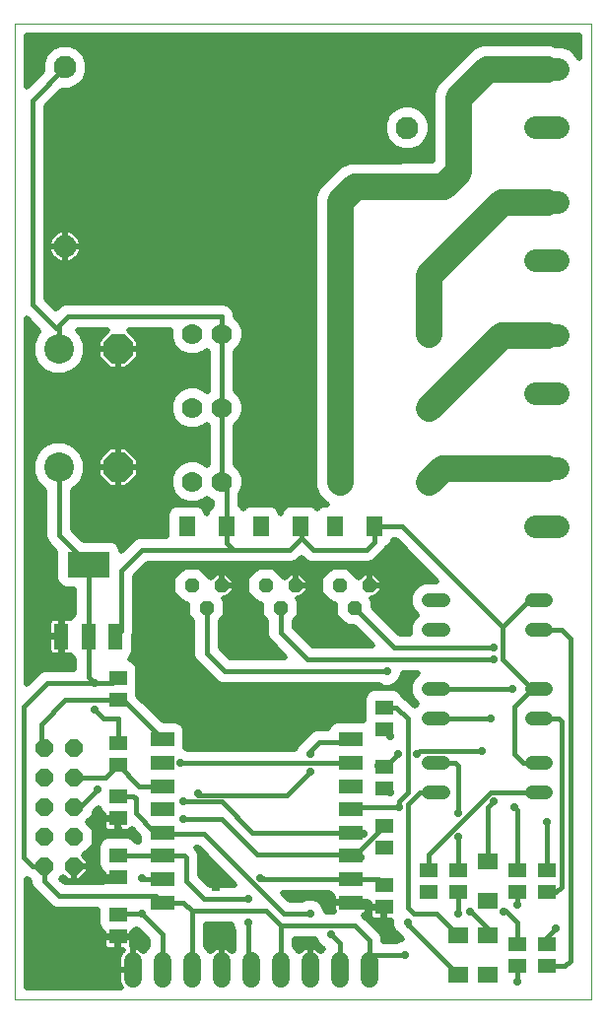
<source format=gtl>
G75*
%MOIN*%
%OFA0B0*%
%FSLAX25Y25*%
%IPPOS*%
%LPD*%
%AMOC8*
5,1,8,0,0,1.08239X$1,22.5*
%
%ADD10C,0.00000*%
%ADD11C,0.10000*%
%ADD12OC8,0.10000*%
%ADD13R,0.07087X0.05512*%
%ADD14R,0.05512X0.07087*%
%ADD15R,0.07874X0.04724*%
%ADD16R,0.04799X0.08799*%
%ADD17R,0.14173X0.08661*%
%ADD18C,0.07800*%
%ADD19C,0.06000*%
%ADD20OC8,0.06000*%
%ADD21C,0.04800*%
%ADD22R,0.05906X0.05118*%
%ADD23C,0.07000*%
%ADD24OC8,0.04800*%
%ADD25C,0.07600*%
%ADD26C,0.02000*%
%ADD27C,0.01500*%
%ADD28R,0.02900X0.02900*%
%ADD29C,0.02900*%
%ADD30C,0.09000*%
D10*
X0003496Y0002000D02*
X0003496Y0332000D01*
X0198496Y0332000D01*
X0198496Y0002000D01*
X0003496Y0002000D01*
D11*
X0018496Y0182000D03*
X0018496Y0222000D03*
D12*
X0038496Y0222000D03*
X0038496Y0182000D03*
D13*
X0153496Y0023693D03*
X0153496Y0010307D03*
X0163496Y0010307D03*
X0163496Y0023693D03*
X0163496Y0035307D03*
X0163496Y0048693D03*
D14*
X0125189Y0162000D03*
X0111803Y0162000D03*
X0100189Y0162000D03*
X0086803Y0162000D03*
X0075189Y0162000D03*
X0061803Y0162000D03*
D15*
X0053496Y0089992D03*
X0053496Y0082118D03*
X0053496Y0074244D03*
X0053496Y0066370D03*
X0053496Y0058496D03*
X0053496Y0050622D03*
X0053496Y0042748D03*
X0053496Y0034874D03*
X0117275Y0034874D03*
X0117275Y0042748D03*
X0117275Y0050622D03*
X0117275Y0058496D03*
X0117275Y0066370D03*
X0117275Y0074244D03*
X0117275Y0082118D03*
X0117275Y0089992D03*
D16*
X0037594Y0124799D03*
X0028496Y0124799D03*
X0019397Y0124799D03*
D17*
X0028496Y0149201D03*
D18*
X0179596Y0162100D02*
X0187396Y0162100D01*
X0187396Y0181900D02*
X0179596Y0181900D01*
X0179596Y0207100D02*
X0187396Y0207100D01*
X0187396Y0226900D02*
X0179596Y0226900D01*
X0179596Y0252100D02*
X0187396Y0252100D01*
X0187396Y0271900D02*
X0179596Y0271900D01*
X0179596Y0297100D02*
X0187396Y0297100D01*
X0187396Y0316900D02*
X0179596Y0316900D01*
D19*
X0123496Y0015000D02*
X0123496Y0009000D01*
X0113496Y0009000D02*
X0113496Y0015000D01*
X0103496Y0015000D02*
X0103496Y0009000D01*
X0093496Y0009000D02*
X0093496Y0015000D01*
X0083496Y0015000D02*
X0083496Y0009000D01*
X0073496Y0009000D02*
X0073496Y0015000D01*
X0063496Y0015000D02*
X0063496Y0009000D01*
X0053496Y0009000D02*
X0053496Y0015000D01*
X0043496Y0015000D02*
X0043496Y0009000D01*
D20*
X0023496Y0047000D03*
X0023496Y0057000D03*
X0023496Y0067000D03*
X0023496Y0077000D03*
X0023496Y0087000D03*
X0013496Y0087000D03*
X0013496Y0077000D03*
X0013496Y0067000D03*
X0013496Y0057000D03*
X0013496Y0047000D03*
D21*
X0143696Y0072000D02*
X0148496Y0072000D01*
X0148496Y0082000D02*
X0143696Y0082000D01*
X0143696Y0097000D02*
X0148496Y0097000D01*
X0148496Y0107000D02*
X0143696Y0107000D01*
X0143696Y0127000D02*
X0148496Y0127000D01*
X0148496Y0137000D02*
X0143696Y0137000D01*
X0178496Y0137000D02*
X0183296Y0137000D01*
X0183296Y0127000D02*
X0178496Y0127000D01*
X0178496Y0107000D02*
X0183296Y0107000D01*
X0183296Y0097000D02*
X0178496Y0097000D01*
X0178496Y0082000D02*
X0183296Y0082000D01*
X0183296Y0072000D02*
X0178496Y0072000D01*
D22*
X0183496Y0045740D03*
X0183496Y0038260D03*
X0173496Y0038260D03*
X0173496Y0045740D03*
X0173496Y0020740D03*
X0173496Y0013260D03*
X0183496Y0013260D03*
X0183496Y0020740D03*
X0153496Y0038260D03*
X0153496Y0045740D03*
X0143496Y0045740D03*
X0143496Y0038260D03*
X0128496Y0040740D03*
X0128496Y0033260D03*
X0128496Y0053260D03*
X0128496Y0060740D03*
X0128496Y0073260D03*
X0128496Y0080740D03*
X0128496Y0093260D03*
X0128496Y0100740D03*
X0038496Y0103260D03*
X0038496Y0110740D03*
X0038496Y0088740D03*
X0038496Y0081260D03*
X0038496Y0070740D03*
X0038496Y0063260D03*
X0038496Y0050740D03*
X0038496Y0043260D03*
X0038496Y0030740D03*
X0038496Y0023260D03*
D23*
X0113496Y0177000D03*
X0113496Y0202000D03*
X0113496Y0227000D03*
X0143496Y0227000D03*
X0143496Y0202000D03*
X0143496Y0177000D03*
X0073651Y0177099D03*
X0063651Y0177099D03*
X0063651Y0202099D03*
X0073651Y0202099D03*
X0073651Y0227099D03*
X0063651Y0227099D03*
D24*
X0063496Y0142000D03*
X0068496Y0134500D03*
X0073496Y0142000D03*
X0088496Y0142000D03*
X0093496Y0134500D03*
X0098496Y0142000D03*
X0113496Y0142000D03*
X0118496Y0134500D03*
X0123496Y0142000D03*
D25*
X0136370Y0277157D03*
X0136370Y0296843D03*
X0020622Y0317315D03*
X0020622Y0256685D03*
D26*
X0020622Y0256685D01*
X0026422Y0256685D01*
X0026422Y0257142D01*
X0026279Y0258043D01*
X0025997Y0258911D01*
X0025582Y0259725D01*
X0025046Y0260463D01*
X0024400Y0261109D01*
X0023662Y0261646D01*
X0022848Y0262060D01*
X0021980Y0262342D01*
X0021078Y0262485D01*
X0020622Y0262485D01*
X0020622Y0256685D01*
X0026422Y0256685D01*
X0026422Y0256229D01*
X0026279Y0255327D01*
X0025997Y0254459D01*
X0025582Y0253645D01*
X0025046Y0252907D01*
X0024400Y0252261D01*
X0023662Y0251724D01*
X0022848Y0251310D01*
X0021980Y0251028D01*
X0021078Y0250885D01*
X0020622Y0250885D01*
X0020622Y0256685D01*
X0020622Y0256685D01*
X0020622Y0256685D01*
X0020622Y0250885D01*
X0020165Y0250885D01*
X0019263Y0251028D01*
X0018395Y0251310D01*
X0017582Y0251724D01*
X0016843Y0252261D01*
X0016198Y0252907D01*
X0015661Y0253645D01*
X0015247Y0254459D01*
X0014964Y0255327D01*
X0014822Y0256229D01*
X0014822Y0256685D01*
X0020622Y0256685D01*
X0020622Y0262485D01*
X0020165Y0262485D01*
X0019263Y0262342D01*
X0018395Y0262060D01*
X0017582Y0261646D01*
X0016843Y0261109D01*
X0016198Y0260463D01*
X0015661Y0259725D01*
X0015247Y0258911D01*
X0014964Y0258043D01*
X0014822Y0257142D01*
X0014822Y0256685D01*
X0020622Y0256685D01*
X0020622Y0256685D01*
X0020622Y0255811D02*
X0020622Y0255811D01*
X0020622Y0257809D02*
X0020622Y0257809D01*
X0020622Y0259808D02*
X0020622Y0259808D01*
X0020622Y0261806D02*
X0020622Y0261806D01*
X0017897Y0261806D02*
X0014246Y0261806D01*
X0014246Y0259808D02*
X0015721Y0259808D01*
X0014927Y0257809D02*
X0014246Y0257809D01*
X0014246Y0255811D02*
X0014888Y0255811D01*
X0014246Y0253812D02*
X0015576Y0253812D01*
X0014246Y0251814D02*
X0017459Y0251814D01*
X0020622Y0251814D02*
X0020622Y0251814D01*
X0020622Y0253812D02*
X0020622Y0253812D01*
X0023785Y0251814D02*
X0104996Y0251814D01*
X0104996Y0253812D02*
X0025667Y0253812D01*
X0026355Y0255811D02*
X0104996Y0255811D01*
X0104996Y0257809D02*
X0026316Y0257809D01*
X0025522Y0259808D02*
X0104996Y0259808D01*
X0104996Y0261806D02*
X0023346Y0261806D01*
X0014246Y0263805D02*
X0104996Y0263805D01*
X0104996Y0265803D02*
X0014246Y0265803D01*
X0014246Y0267802D02*
X0104996Y0267802D01*
X0104996Y0269801D02*
X0014246Y0269801D01*
X0014246Y0271799D02*
X0104996Y0271799D01*
X0104996Y0273691D02*
X0104996Y0175309D01*
X0106290Y0172185D01*
X0108681Y0169794D01*
X0109286Y0169543D01*
X0108251Y0169543D01*
X0106781Y0168934D01*
X0105996Y0168149D01*
X0105210Y0168934D01*
X0103740Y0169543D01*
X0096637Y0169543D01*
X0095167Y0168934D01*
X0094042Y0167809D01*
X0093496Y0166491D01*
X0092950Y0167809D01*
X0091824Y0168934D01*
X0090354Y0169543D01*
X0083251Y0169543D01*
X0081781Y0168934D01*
X0080996Y0168149D01*
X0080210Y0168934D01*
X0079939Y0169047D01*
X0079939Y0172780D01*
X0080009Y0172851D01*
X0081151Y0175607D01*
X0081151Y0178591D01*
X0080009Y0181348D01*
X0078401Y0182956D01*
X0078401Y0196243D01*
X0080009Y0197851D01*
X0081151Y0200607D01*
X0081151Y0203591D01*
X0080009Y0206348D01*
X0078401Y0207956D01*
X0078401Y0221243D01*
X0080009Y0222851D01*
X0081151Y0225607D01*
X0081151Y0228591D01*
X0080009Y0231348D01*
X0078246Y0233111D01*
X0078246Y0233945D01*
X0077523Y0235691D01*
X0076186Y0237027D01*
X0074441Y0237750D01*
X0020551Y0237750D01*
X0018805Y0237027D01*
X0017496Y0235717D01*
X0014246Y0238968D01*
X0014246Y0304221D01*
X0019539Y0309515D01*
X0022173Y0309515D01*
X0025040Y0310702D01*
X0027234Y0312897D01*
X0028422Y0315763D01*
X0028422Y0318866D01*
X0027234Y0321733D01*
X0025040Y0323927D01*
X0022173Y0325115D01*
X0019070Y0325115D01*
X0016203Y0323927D01*
X0014009Y0321733D01*
X0012822Y0318866D01*
X0012822Y0316232D01*
X0007496Y0310906D01*
X0007496Y0328000D01*
X0194496Y0328000D01*
X0194496Y0320403D01*
X0194093Y0321375D01*
X0191871Y0323597D01*
X0188967Y0324800D01*
X0186635Y0324800D01*
X0185186Y0325400D01*
X0161705Y0325400D01*
X0158581Y0324106D01*
X0148681Y0314206D01*
X0146290Y0311815D01*
X0144996Y0308691D01*
X0144996Y0285657D01*
X0134679Y0285657D01*
X0134299Y0285500D01*
X0116805Y0285500D01*
X0113681Y0284206D01*
X0108681Y0279206D01*
X0106290Y0276815D01*
X0104996Y0273691D01*
X0105040Y0273798D02*
X0014246Y0273798D01*
X0014246Y0275796D02*
X0105868Y0275796D01*
X0107269Y0277795D02*
X0014246Y0277795D01*
X0014246Y0279793D02*
X0109268Y0279793D01*
X0111266Y0281792D02*
X0014246Y0281792D01*
X0014246Y0283790D02*
X0113265Y0283790D01*
X0129757Y0292424D02*
X0128570Y0295291D01*
X0128570Y0298394D01*
X0129757Y0301261D01*
X0131951Y0303455D01*
X0134818Y0304643D01*
X0137921Y0304643D01*
X0140788Y0303455D01*
X0142982Y0301261D01*
X0144170Y0298394D01*
X0144170Y0295291D01*
X0142982Y0292424D01*
X0140788Y0290230D01*
X0137921Y0289043D01*
X0134818Y0289043D01*
X0131951Y0290230D01*
X0129757Y0292424D01*
X0130397Y0291784D02*
X0014246Y0291784D01*
X0014246Y0289786D02*
X0133024Y0289786D01*
X0129194Y0293783D02*
X0014246Y0293783D01*
X0014246Y0295781D02*
X0128570Y0295781D01*
X0128570Y0297780D02*
X0014246Y0297780D01*
X0014246Y0299778D02*
X0129143Y0299778D01*
X0130273Y0301777D02*
X0014246Y0301777D01*
X0014246Y0303775D02*
X0132724Y0303775D01*
X0140015Y0303775D02*
X0144996Y0303775D01*
X0144996Y0301777D02*
X0142466Y0301777D01*
X0143596Y0299778D02*
X0144996Y0299778D01*
X0144996Y0297780D02*
X0144170Y0297780D01*
X0144170Y0295781D02*
X0144996Y0295781D01*
X0144996Y0293783D02*
X0143545Y0293783D01*
X0142342Y0291784D02*
X0144996Y0291784D01*
X0144996Y0289786D02*
X0139715Y0289786D01*
X0144996Y0287787D02*
X0014246Y0287787D01*
X0014246Y0285789D02*
X0144996Y0285789D01*
X0144996Y0305774D02*
X0015798Y0305774D01*
X0017796Y0307772D02*
X0144996Y0307772D01*
X0145443Y0309771D02*
X0022791Y0309771D01*
X0026107Y0311769D02*
X0146271Y0311769D01*
X0148243Y0313768D02*
X0027595Y0313768D01*
X0028422Y0315766D02*
X0150241Y0315766D01*
X0152240Y0317765D02*
X0028422Y0317765D01*
X0028050Y0319763D02*
X0154238Y0319763D01*
X0156237Y0321762D02*
X0027206Y0321762D01*
X0025207Y0323760D02*
X0158235Y0323760D01*
X0191477Y0323760D02*
X0194496Y0323760D01*
X0194496Y0321762D02*
X0193706Y0321762D01*
X0194496Y0325759D02*
X0007496Y0325759D01*
X0007496Y0327757D02*
X0194496Y0327757D01*
X0104996Y0249815D02*
X0014246Y0249815D01*
X0014246Y0247817D02*
X0104996Y0247817D01*
X0104996Y0245818D02*
X0014246Y0245818D01*
X0014246Y0243820D02*
X0104996Y0243820D01*
X0104996Y0241821D02*
X0014246Y0241821D01*
X0014246Y0239823D02*
X0104996Y0239823D01*
X0104996Y0237824D02*
X0015389Y0237824D01*
X0017387Y0235826D02*
X0017604Y0235826D01*
X0011773Y0228005D02*
X0010866Y0227098D01*
X0009496Y0223790D01*
X0009496Y0220210D01*
X0010866Y0216902D01*
X0013398Y0214370D01*
X0016705Y0213000D01*
X0020286Y0213000D01*
X0023594Y0214370D01*
X0026125Y0216902D01*
X0027496Y0220210D01*
X0027496Y0223790D01*
X0026125Y0227098D01*
X0024974Y0228250D01*
X0034846Y0228250D01*
X0031496Y0224899D01*
X0031496Y0222000D01*
X0031496Y0219101D01*
X0035596Y0215000D01*
X0038496Y0215000D01*
X0041395Y0215000D01*
X0045496Y0219101D01*
X0045496Y0222000D01*
X0045496Y0224899D01*
X0042145Y0228250D01*
X0056151Y0228250D01*
X0056151Y0225607D01*
X0057293Y0222851D01*
X0059402Y0220741D01*
X0062159Y0219599D01*
X0065143Y0219599D01*
X0067899Y0220741D01*
X0068651Y0221493D01*
X0068901Y0221243D01*
X0068901Y0207956D01*
X0068651Y0207706D01*
X0067899Y0208457D01*
X0065143Y0209599D01*
X0062159Y0209599D01*
X0059402Y0208457D01*
X0057293Y0206348D01*
X0056151Y0203591D01*
X0056151Y0200607D01*
X0057293Y0197851D01*
X0059402Y0195741D01*
X0062159Y0194599D01*
X0065143Y0194599D01*
X0067899Y0195741D01*
X0068651Y0196493D01*
X0068901Y0196243D01*
X0068901Y0182956D01*
X0068651Y0182706D01*
X0067899Y0183457D01*
X0065143Y0184599D01*
X0062159Y0184599D01*
X0059402Y0183457D01*
X0057293Y0181348D01*
X0056151Y0178591D01*
X0056151Y0175607D01*
X0057293Y0172851D01*
X0059402Y0170741D01*
X0062159Y0169599D01*
X0065143Y0169599D01*
X0067899Y0170741D01*
X0068651Y0171493D01*
X0069402Y0170741D01*
X0070439Y0170312D01*
X0070439Y0169047D01*
X0070167Y0168934D01*
X0069042Y0167809D01*
X0068496Y0166491D01*
X0067950Y0167809D01*
X0066824Y0168934D01*
X0065354Y0169543D01*
X0058251Y0169543D01*
X0056781Y0168934D01*
X0055656Y0167809D01*
X0055047Y0166339D01*
X0055047Y0158750D01*
X0045551Y0158750D01*
X0043805Y0158027D01*
X0042469Y0156691D01*
X0039582Y0153804D01*
X0039582Y0154327D01*
X0038973Y0155797D01*
X0037848Y0156923D01*
X0036378Y0157531D01*
X0026882Y0157531D01*
X0023246Y0161168D01*
X0023246Y0174226D01*
X0023594Y0174370D01*
X0026125Y0176902D01*
X0027496Y0180210D01*
X0027496Y0183790D01*
X0026125Y0187098D01*
X0023594Y0189630D01*
X0020286Y0191000D01*
X0016705Y0191000D01*
X0013398Y0189630D01*
X0010866Y0187098D01*
X0009496Y0183790D01*
X0009496Y0180210D01*
X0010866Y0176902D01*
X0013398Y0174370D01*
X0013746Y0174226D01*
X0013746Y0158256D01*
X0014469Y0156510D01*
X0017409Y0153570D01*
X0017409Y0144074D01*
X0018018Y0142604D01*
X0019143Y0141479D01*
X0020613Y0140870D01*
X0023746Y0140870D01*
X0023746Y0132505D01*
X0022705Y0131465D01*
X0022541Y0131070D01*
X0022060Y0131199D01*
X0019597Y0131199D01*
X0019597Y0124999D01*
X0019197Y0124999D01*
X0019197Y0124599D01*
X0019597Y0124599D01*
X0019597Y0118400D01*
X0022060Y0118400D01*
X0022541Y0118529D01*
X0022705Y0118134D01*
X0023746Y0117093D01*
X0023746Y0113750D01*
X0013551Y0113750D01*
X0011805Y0113027D01*
X0010469Y0111691D01*
X0007496Y0108717D01*
X0007496Y0232283D01*
X0011773Y0228005D01*
X0011600Y0227832D02*
X0007496Y0227832D01*
X0007496Y0229830D02*
X0009948Y0229830D01*
X0007949Y0231829D02*
X0007496Y0231829D01*
X0007496Y0225833D02*
X0010342Y0225833D01*
X0009514Y0223835D02*
X0007496Y0223835D01*
X0007496Y0221836D02*
X0009496Y0221836D01*
X0009650Y0219838D02*
X0007496Y0219838D01*
X0007496Y0217839D02*
X0010478Y0217839D01*
X0011927Y0215841D02*
X0007496Y0215841D01*
X0007496Y0213842D02*
X0014672Y0213842D01*
X0022319Y0213842D02*
X0068901Y0213842D01*
X0068901Y0211844D02*
X0007496Y0211844D01*
X0007496Y0209845D02*
X0068901Y0209845D01*
X0068792Y0207847D02*
X0068510Y0207847D01*
X0068901Y0215841D02*
X0042236Y0215841D01*
X0044234Y0217839D02*
X0068901Y0217839D01*
X0068901Y0219838D02*
X0065718Y0219838D01*
X0061583Y0219838D02*
X0045496Y0219838D01*
X0045496Y0221836D02*
X0058307Y0221836D01*
X0056885Y0223835D02*
X0045496Y0223835D01*
X0045496Y0222000D02*
X0038496Y0222000D01*
X0038496Y0222000D01*
X0045496Y0222000D01*
X0044562Y0225833D02*
X0056151Y0225833D01*
X0056151Y0227832D02*
X0042563Y0227832D01*
X0038496Y0222000D02*
X0038496Y0222000D01*
X0038496Y0215000D01*
X0038496Y0222000D01*
X0038496Y0222000D01*
X0031496Y0222000D01*
X0038496Y0222000D01*
X0038496Y0221836D02*
X0038496Y0221836D01*
X0038496Y0219838D02*
X0038496Y0219838D01*
X0038496Y0217839D02*
X0038496Y0217839D01*
X0038496Y0215841D02*
X0038496Y0215841D01*
X0034755Y0215841D02*
X0025064Y0215841D01*
X0026514Y0217839D02*
X0032757Y0217839D01*
X0031496Y0219838D02*
X0027342Y0219838D01*
X0027496Y0221836D02*
X0031496Y0221836D01*
X0031496Y0223835D02*
X0027477Y0223835D01*
X0026649Y0225833D02*
X0032429Y0225833D01*
X0034428Y0227832D02*
X0025392Y0227832D01*
X0007496Y0207847D02*
X0058792Y0207847D01*
X0057086Y0205848D02*
X0007496Y0205848D01*
X0007496Y0203850D02*
X0056258Y0203850D01*
X0056151Y0201851D02*
X0007496Y0201851D01*
X0007496Y0199853D02*
X0056463Y0199853D01*
X0057291Y0197854D02*
X0007496Y0197854D01*
X0007496Y0195856D02*
X0059288Y0195856D01*
X0060385Y0183865D02*
X0045496Y0183865D01*
X0045496Y0184899D02*
X0041395Y0189000D01*
X0038496Y0189000D01*
X0038496Y0182000D01*
X0045496Y0182000D01*
X0045496Y0184899D01*
X0044532Y0185863D02*
X0068901Y0185863D01*
X0068901Y0183865D02*
X0066916Y0183865D01*
X0068901Y0187862D02*
X0042534Y0187862D01*
X0038496Y0187862D02*
X0038496Y0187862D01*
X0038496Y0189000D02*
X0035596Y0189000D01*
X0031496Y0184899D01*
X0031496Y0182000D01*
X0031496Y0179101D01*
X0035596Y0175000D01*
X0038496Y0175000D01*
X0041395Y0175000D01*
X0045496Y0179101D01*
X0045496Y0182000D01*
X0038496Y0182000D01*
X0038496Y0182000D01*
X0038496Y0175000D01*
X0038496Y0182000D01*
X0038496Y0182000D01*
X0038496Y0182000D01*
X0038496Y0189000D01*
X0038496Y0185863D02*
X0038496Y0185863D01*
X0038496Y0183865D02*
X0038496Y0183865D01*
X0038496Y0182000D02*
X0038496Y0182000D01*
X0031496Y0182000D01*
X0038496Y0182000D01*
X0038496Y0181866D02*
X0038496Y0181866D01*
X0038496Y0179868D02*
X0038496Y0179868D01*
X0038496Y0177869D02*
X0038496Y0177869D01*
X0038496Y0175870D02*
X0038496Y0175870D01*
X0042266Y0175870D02*
X0056151Y0175870D01*
X0056151Y0177869D02*
X0044264Y0177869D01*
X0045496Y0179868D02*
X0056680Y0179868D01*
X0057811Y0181866D02*
X0045496Y0181866D01*
X0034726Y0175870D02*
X0025094Y0175870D01*
X0026526Y0177869D02*
X0032727Y0177869D01*
X0031496Y0179868D02*
X0027354Y0179868D01*
X0027496Y0181866D02*
X0031496Y0181866D01*
X0031496Y0183865D02*
X0027465Y0183865D01*
X0026637Y0185863D02*
X0032459Y0185863D01*
X0034458Y0187862D02*
X0025362Y0187862D01*
X0023038Y0189860D02*
X0068901Y0189860D01*
X0068901Y0191859D02*
X0007496Y0191859D01*
X0007496Y0193857D02*
X0068901Y0193857D01*
X0068901Y0195856D02*
X0068014Y0195856D01*
X0078401Y0195856D02*
X0104996Y0195856D01*
X0104996Y0197854D02*
X0080010Y0197854D01*
X0080838Y0199853D02*
X0104996Y0199853D01*
X0104996Y0201851D02*
X0081151Y0201851D01*
X0081044Y0203850D02*
X0104996Y0203850D01*
X0104996Y0205848D02*
X0080216Y0205848D01*
X0078510Y0207847D02*
X0104996Y0207847D01*
X0104996Y0209845D02*
X0078401Y0209845D01*
X0078401Y0211844D02*
X0104996Y0211844D01*
X0104996Y0213842D02*
X0078401Y0213842D01*
X0078401Y0215841D02*
X0104996Y0215841D01*
X0104996Y0217839D02*
X0078401Y0217839D01*
X0078401Y0219838D02*
X0104996Y0219838D01*
X0104996Y0221836D02*
X0078994Y0221836D01*
X0080417Y0223835D02*
X0104996Y0223835D01*
X0104996Y0225833D02*
X0081151Y0225833D01*
X0081151Y0227832D02*
X0104996Y0227832D01*
X0104996Y0229830D02*
X0080637Y0229830D01*
X0079528Y0231829D02*
X0104996Y0231829D01*
X0104996Y0233827D02*
X0078246Y0233827D01*
X0077387Y0235826D02*
X0104996Y0235826D01*
X0104996Y0193857D02*
X0078401Y0193857D01*
X0078401Y0191859D02*
X0104996Y0191859D01*
X0104996Y0189860D02*
X0078401Y0189860D01*
X0078401Y0187862D02*
X0104996Y0187862D01*
X0104996Y0185863D02*
X0078401Y0185863D01*
X0078401Y0183865D02*
X0104996Y0183865D01*
X0104996Y0181866D02*
X0079491Y0181866D01*
X0080622Y0179868D02*
X0104996Y0179868D01*
X0104996Y0177869D02*
X0081151Y0177869D01*
X0081151Y0175870D02*
X0104996Y0175870D01*
X0105591Y0173872D02*
X0080432Y0173872D01*
X0079939Y0171873D02*
X0106601Y0171873D01*
X0108600Y0169875D02*
X0079939Y0169875D01*
X0070439Y0169875D02*
X0065808Y0169875D01*
X0067882Y0167876D02*
X0069109Y0167876D01*
X0061493Y0169875D02*
X0023246Y0169875D01*
X0023246Y0171873D02*
X0058270Y0171873D01*
X0056870Y0173872D02*
X0023246Y0173872D01*
X0023246Y0167876D02*
X0055723Y0167876D01*
X0055047Y0165878D02*
X0023246Y0165878D01*
X0023246Y0163879D02*
X0055047Y0163879D01*
X0055047Y0161881D02*
X0023246Y0161881D01*
X0024532Y0159882D02*
X0055047Y0159882D01*
X0048463Y0149250D02*
X0097441Y0149250D01*
X0099186Y0149973D01*
X0100496Y0151282D01*
X0101805Y0149973D01*
X0103551Y0149250D01*
X0123441Y0149250D01*
X0125186Y0149973D01*
X0126523Y0151309D01*
X0126523Y0151309D01*
X0129215Y0154002D01*
X0129541Y0154788D01*
X0130210Y0155066D01*
X0131336Y0156191D01*
X0131774Y0157250D01*
X0132528Y0157250D01*
X0146378Y0143400D01*
X0142423Y0143400D01*
X0140070Y0142426D01*
X0138270Y0140625D01*
X0137296Y0138273D01*
X0137296Y0135727D01*
X0138270Y0133375D01*
X0139645Y0132000D01*
X0138270Y0130625D01*
X0137296Y0128273D01*
X0137296Y0125750D01*
X0133963Y0125750D01*
X0124896Y0134817D01*
X0124896Y0137151D01*
X0124447Y0137600D01*
X0125318Y0137600D01*
X0127896Y0140177D01*
X0127896Y0142000D01*
X0127896Y0143823D01*
X0125318Y0146400D01*
X0123496Y0146400D01*
X0123496Y0142000D01*
X0127896Y0142000D01*
X0123496Y0142000D01*
X0123496Y0142000D01*
X0123496Y0142000D01*
X0123496Y0146400D01*
X0121673Y0146400D01*
X0119896Y0144623D01*
X0119896Y0144651D01*
X0116147Y0148400D01*
X0110845Y0148400D01*
X0107096Y0144651D01*
X0107096Y0139349D01*
X0110845Y0135600D01*
X0112096Y0135600D01*
X0112096Y0131849D01*
X0115845Y0128100D01*
X0118178Y0128100D01*
X0124528Y0121750D01*
X0104463Y0121750D01*
X0098246Y0127968D01*
X0098246Y0130199D01*
X0099896Y0131849D01*
X0099896Y0137151D01*
X0099447Y0137600D01*
X0100318Y0137600D01*
X0102896Y0140177D01*
X0102896Y0142000D01*
X0102896Y0143823D01*
X0100318Y0146400D01*
X0098496Y0146400D01*
X0098496Y0142000D01*
X0102896Y0142000D01*
X0098496Y0142000D01*
X0098496Y0142000D01*
X0098496Y0142000D01*
X0098496Y0146400D01*
X0096673Y0146400D01*
X0094896Y0144623D01*
X0094896Y0144651D01*
X0091147Y0148400D01*
X0085845Y0148400D01*
X0082096Y0144651D01*
X0082096Y0139349D01*
X0085845Y0135600D01*
X0087096Y0135600D01*
X0087096Y0131849D01*
X0088746Y0130199D01*
X0088746Y0125055D01*
X0089469Y0123309D01*
X0090805Y0121973D01*
X0095028Y0117750D01*
X0076463Y0117750D01*
X0073246Y0120968D01*
X0073246Y0130199D01*
X0074896Y0131849D01*
X0074896Y0137151D01*
X0074447Y0137600D01*
X0075318Y0137600D01*
X0077896Y0140177D01*
X0077896Y0142000D01*
X0077896Y0143823D01*
X0075318Y0146400D01*
X0073496Y0146400D01*
X0073496Y0142000D01*
X0077896Y0142000D01*
X0073496Y0142000D01*
X0073496Y0142000D01*
X0073496Y0142000D01*
X0073496Y0146400D01*
X0071673Y0146400D01*
X0069896Y0144623D01*
X0069896Y0144651D01*
X0066147Y0148400D01*
X0060845Y0148400D01*
X0057096Y0144651D01*
X0057096Y0139349D01*
X0060845Y0135600D01*
X0062096Y0135600D01*
X0062096Y0131849D01*
X0063746Y0130199D01*
X0063746Y0118055D01*
X0064469Y0116309D01*
X0065805Y0114973D01*
X0071805Y0108973D01*
X0073551Y0108250D01*
X0126722Y0108250D01*
X0128412Y0107550D01*
X0130580Y0107550D01*
X0132583Y0108380D01*
X0134116Y0109913D01*
X0134946Y0111916D01*
X0134946Y0112250D01*
X0139895Y0112250D01*
X0138270Y0110625D01*
X0137296Y0108273D01*
X0137296Y0105727D01*
X0138270Y0103375D01*
X0139645Y0102000D01*
X0138929Y0101284D01*
X0135446Y0104767D01*
X0135113Y0104905D01*
X0134839Y0105565D01*
X0133714Y0106690D01*
X0132244Y0107299D01*
X0124747Y0107299D01*
X0123277Y0106690D01*
X0122152Y0105565D01*
X0121543Y0104095D01*
X0121543Y0097385D01*
X0121703Y0097000D01*
X0121543Y0096615D01*
X0121543Y0096354D01*
X0112543Y0096354D01*
X0111072Y0095745D01*
X0109947Y0094620D01*
X0109587Y0093750D01*
X0105551Y0093750D01*
X0103805Y0093027D01*
X0100805Y0090027D01*
X0099469Y0088691D01*
X0099462Y0088673D01*
X0098875Y0088087D01*
X0098322Y0086750D01*
X0062270Y0086750D01*
X0061433Y0087097D01*
X0061433Y0093150D01*
X0060824Y0094620D01*
X0059698Y0095745D01*
X0058228Y0096354D01*
X0053851Y0096354D01*
X0045448Y0104757D01*
X0045448Y0106615D01*
X0045289Y0107000D01*
X0045448Y0107385D01*
X0045448Y0114095D01*
X0044839Y0115565D01*
X0043714Y0116690D01*
X0042460Y0117210D01*
X0043385Y0118134D01*
X0043994Y0119604D01*
X0043994Y0125148D01*
X0044246Y0125756D01*
X0044246Y0145032D01*
X0048463Y0149250D01*
X0047105Y0147891D02*
X0060336Y0147891D01*
X0058338Y0145893D02*
X0045106Y0145893D01*
X0044246Y0143894D02*
X0057096Y0143894D01*
X0057096Y0141896D02*
X0044246Y0141896D01*
X0044246Y0139897D02*
X0057096Y0139897D01*
X0058546Y0137899D02*
X0044246Y0137899D01*
X0044246Y0135900D02*
X0060544Y0135900D01*
X0062096Y0133902D02*
X0044246Y0133902D01*
X0044246Y0131903D02*
X0062096Y0131903D01*
X0063746Y0129905D02*
X0044246Y0129905D01*
X0044246Y0127906D02*
X0063746Y0127906D01*
X0063746Y0125908D02*
X0044246Y0125908D01*
X0043994Y0123909D02*
X0063746Y0123909D01*
X0063746Y0121911D02*
X0043994Y0121911D01*
X0043994Y0119912D02*
X0063746Y0119912D01*
X0063804Y0117914D02*
X0043165Y0117914D01*
X0044489Y0115915D02*
X0064863Y0115915D01*
X0066862Y0113917D02*
X0045448Y0113917D01*
X0045448Y0111918D02*
X0068860Y0111918D01*
X0070859Y0109920D02*
X0045448Y0109920D01*
X0045448Y0107921D02*
X0127516Y0107921D01*
X0131476Y0107921D02*
X0137296Y0107921D01*
X0137296Y0105923D02*
X0134482Y0105923D01*
X0136289Y0103924D02*
X0138042Y0103924D01*
X0138288Y0101926D02*
X0139570Y0101926D01*
X0137978Y0109920D02*
X0134119Y0109920D01*
X0134946Y0111918D02*
X0139563Y0111918D01*
X0137296Y0125908D02*
X0133805Y0125908D01*
X0131807Y0127906D02*
X0137296Y0127906D01*
X0137972Y0129905D02*
X0129808Y0129905D01*
X0127810Y0131903D02*
X0139548Y0131903D01*
X0138052Y0133902D02*
X0125811Y0133902D01*
X0124896Y0135900D02*
X0137296Y0135900D01*
X0137296Y0137899D02*
X0125617Y0137899D01*
X0127615Y0139897D02*
X0137968Y0139897D01*
X0139540Y0141896D02*
X0127896Y0141896D01*
X0127824Y0143894D02*
X0145884Y0143894D01*
X0143885Y0145893D02*
X0125825Y0145893D01*
X0123496Y0145893D02*
X0123496Y0145893D01*
X0123496Y0143894D02*
X0123496Y0143894D01*
X0121166Y0145893D02*
X0118654Y0145893D01*
X0116655Y0147891D02*
X0141887Y0147891D01*
X0139888Y0149890D02*
X0124985Y0149890D01*
X0127102Y0151888D02*
X0137890Y0151888D01*
X0135891Y0153887D02*
X0129100Y0153887D01*
X0131030Y0155885D02*
X0133893Y0155885D01*
X0118372Y0127906D02*
X0098307Y0127906D01*
X0098246Y0129905D02*
X0114040Y0129905D01*
X0112096Y0131903D02*
X0099896Y0131903D01*
X0099896Y0133902D02*
X0112096Y0133902D01*
X0110544Y0135900D02*
X0099896Y0135900D01*
X0100617Y0137899D02*
X0108546Y0137899D01*
X0107096Y0139897D02*
X0102615Y0139897D01*
X0102896Y0141896D02*
X0107096Y0141896D01*
X0107096Y0143894D02*
X0102824Y0143894D01*
X0100825Y0145893D02*
X0108338Y0145893D01*
X0110336Y0147891D02*
X0091655Y0147891D01*
X0093654Y0145893D02*
X0096166Y0145893D01*
X0098496Y0145893D02*
X0098496Y0145893D01*
X0098496Y0143894D02*
X0098496Y0143894D01*
X0098985Y0149890D02*
X0102006Y0149890D01*
X0094109Y0167876D02*
X0092882Y0167876D01*
X0085336Y0147891D02*
X0066655Y0147891D01*
X0068654Y0145893D02*
X0071166Y0145893D01*
X0073496Y0145893D02*
X0073496Y0145893D01*
X0073496Y0143894D02*
X0073496Y0143894D01*
X0075825Y0145893D02*
X0083338Y0145893D01*
X0082096Y0143894D02*
X0077824Y0143894D01*
X0077896Y0141896D02*
X0082096Y0141896D01*
X0082096Y0139897D02*
X0077615Y0139897D01*
X0075617Y0137899D02*
X0083546Y0137899D01*
X0085544Y0135900D02*
X0074896Y0135900D01*
X0074896Y0133902D02*
X0087096Y0133902D01*
X0087096Y0131903D02*
X0074896Y0131903D01*
X0073246Y0129905D02*
X0088746Y0129905D01*
X0088746Y0127906D02*
X0073246Y0127906D01*
X0073246Y0125908D02*
X0088746Y0125908D01*
X0089220Y0123909D02*
X0073246Y0123909D01*
X0073246Y0121911D02*
X0090867Y0121911D01*
X0092866Y0119912D02*
X0074301Y0119912D01*
X0076300Y0117914D02*
X0094864Y0117914D01*
X0100305Y0125908D02*
X0120370Y0125908D01*
X0122369Y0123909D02*
X0102304Y0123909D01*
X0104302Y0121911D02*
X0124367Y0121911D01*
X0122509Y0105923D02*
X0045448Y0105923D01*
X0046281Y0103924D02*
X0121543Y0103924D01*
X0121543Y0101926D02*
X0048280Y0101926D01*
X0050278Y0099927D02*
X0121543Y0099927D01*
X0121543Y0097929D02*
X0052277Y0097929D01*
X0059253Y0095930D02*
X0111518Y0095930D01*
X0109662Y0093932D02*
X0061109Y0093932D01*
X0061433Y0091933D02*
X0102711Y0091933D01*
X0100713Y0089934D02*
X0061433Y0089934D01*
X0061433Y0087936D02*
X0098813Y0087936D01*
X0072811Y0045967D02*
X0066246Y0045967D01*
X0066246Y0043969D02*
X0074809Y0043969D01*
X0076808Y0041970D02*
X0068243Y0041970D01*
X0069463Y0040750D02*
X0066246Y0043968D01*
X0066246Y0050945D01*
X0065523Y0052691D01*
X0064963Y0053250D01*
X0065528Y0053250D01*
X0078028Y0040750D01*
X0069463Y0040750D01*
X0070812Y0047966D02*
X0066246Y0047966D01*
X0066246Y0049964D02*
X0068814Y0049964D01*
X0066815Y0051963D02*
X0065824Y0051963D01*
X0068246Y0027250D02*
X0077046Y0027250D01*
X0077046Y0026916D01*
X0077746Y0025226D01*
X0077746Y0019149D01*
X0077561Y0018965D01*
X0077280Y0018286D01*
X0076753Y0018814D01*
X0076116Y0019276D01*
X0075415Y0019634D01*
X0074666Y0019877D01*
X0073889Y0020000D01*
X0073496Y0020000D01*
X0073496Y0012000D01*
X0073496Y0012000D01*
X0073496Y0020000D01*
X0073102Y0020000D01*
X0072325Y0019877D01*
X0071576Y0019634D01*
X0070875Y0019276D01*
X0070238Y0018814D01*
X0069711Y0018286D01*
X0069430Y0018965D01*
X0068246Y0020149D01*
X0068246Y0027250D01*
X0068246Y0025982D02*
X0077432Y0025982D01*
X0077746Y0023984D02*
X0068246Y0023984D01*
X0068246Y0021985D02*
X0077746Y0021985D01*
X0077746Y0019987D02*
X0073974Y0019987D01*
X0073496Y0019987D02*
X0073496Y0019987D01*
X0073018Y0019987D02*
X0068409Y0019987D01*
X0073496Y0017988D02*
X0073496Y0017988D01*
X0073496Y0015990D02*
X0073496Y0015990D01*
X0073496Y0013991D02*
X0073496Y0013991D01*
X0096463Y0035750D02*
X0094215Y0037998D01*
X0110069Y0037998D01*
X0111072Y0036995D01*
X0111338Y0036885D01*
X0111338Y0035055D01*
X0117094Y0035055D01*
X0117094Y0034693D01*
X0111338Y0034693D01*
X0111338Y0032248D01*
X0111472Y0031750D01*
X0108946Y0031750D01*
X0108946Y0032084D01*
X0108116Y0034087D01*
X0106583Y0035620D01*
X0104580Y0036450D01*
X0102412Y0036450D01*
X0100722Y0035750D01*
X0096463Y0035750D01*
X0096238Y0035975D02*
X0101264Y0035975D01*
X0105727Y0035975D02*
X0111338Y0035975D01*
X0111338Y0033976D02*
X0108162Y0033976D01*
X0108946Y0031978D02*
X0111411Y0031978D01*
X0110094Y0037973D02*
X0094240Y0037973D01*
X0098246Y0022250D02*
X0105322Y0022250D01*
X0105875Y0020913D01*
X0107408Y0019380D01*
X0107810Y0019214D01*
X0107561Y0018965D01*
X0107280Y0018286D01*
X0106753Y0018814D01*
X0106116Y0019276D01*
X0105415Y0019634D01*
X0104666Y0019877D01*
X0103889Y0020000D01*
X0103496Y0020000D01*
X0103496Y0012000D01*
X0103496Y0012000D01*
X0103496Y0020000D01*
X0103102Y0020000D01*
X0102325Y0019877D01*
X0101576Y0019634D01*
X0100875Y0019276D01*
X0100238Y0018814D01*
X0099711Y0018286D01*
X0099430Y0018965D01*
X0098246Y0020149D01*
X0098246Y0022250D01*
X0098246Y0021985D02*
X0105431Y0021985D01*
X0106802Y0019987D02*
X0103974Y0019987D01*
X0103496Y0019987D02*
X0103496Y0019987D01*
X0103018Y0019987D02*
X0098409Y0019987D01*
X0103496Y0017988D02*
X0103496Y0017988D01*
X0103496Y0015990D02*
X0103496Y0015990D01*
X0103496Y0013991D02*
X0103496Y0013991D01*
X0117456Y0034693D02*
X0117456Y0035055D01*
X0123012Y0035055D01*
X0123277Y0034790D01*
X0123543Y0034680D01*
X0123543Y0033539D01*
X0128216Y0033539D01*
X0128216Y0032980D01*
X0128775Y0032980D01*
X0128775Y0028701D01*
X0131046Y0028701D01*
X0131046Y0026916D01*
X0131875Y0024913D01*
X0132462Y0024327D01*
X0132469Y0024309D01*
X0133805Y0022973D01*
X0134329Y0022756D01*
X0134635Y0022450D01*
X0134412Y0022450D01*
X0132722Y0021750D01*
X0128246Y0021750D01*
X0128246Y0022945D01*
X0127523Y0024691D01*
X0126186Y0026027D01*
X0121654Y0030560D01*
X0121984Y0030648D01*
X0122440Y0030911D01*
X0122813Y0031284D01*
X0123076Y0031740D01*
X0123212Y0032248D01*
X0123212Y0034693D01*
X0117456Y0034693D01*
X0122234Y0029979D02*
X0123666Y0029979D01*
X0123679Y0029929D02*
X0123943Y0029473D01*
X0124315Y0029100D01*
X0124771Y0028837D01*
X0125280Y0028701D01*
X0128216Y0028701D01*
X0128216Y0032980D01*
X0123543Y0032980D01*
X0123543Y0030437D01*
X0123679Y0029929D01*
X0124233Y0027981D02*
X0131046Y0027981D01*
X0131432Y0025982D02*
X0126231Y0025982D01*
X0127815Y0023984D02*
X0132795Y0023984D01*
X0133289Y0021985D02*
X0128246Y0021985D01*
X0128216Y0029979D02*
X0128775Y0029979D01*
X0128775Y0031978D02*
X0128216Y0031978D01*
X0123543Y0031978D02*
X0123140Y0031978D01*
X0123212Y0033976D02*
X0123543Y0033976D01*
X0048746Y0022032D02*
X0048746Y0020149D01*
X0047561Y0018965D01*
X0047280Y0018286D01*
X0046753Y0018814D01*
X0046116Y0019276D01*
X0045415Y0019634D01*
X0044666Y0019877D01*
X0043889Y0020000D01*
X0043496Y0020000D01*
X0043496Y0012000D01*
X0043496Y0012000D01*
X0043496Y0020000D01*
X0043331Y0020000D01*
X0043448Y0020437D01*
X0043448Y0022980D01*
X0038775Y0022980D01*
X0038775Y0018701D01*
X0040125Y0018701D01*
X0039682Y0018257D01*
X0039219Y0017621D01*
X0038862Y0016919D01*
X0038619Y0016171D01*
X0038496Y0015394D01*
X0038496Y0012000D01*
X0043496Y0012000D01*
X0038496Y0012000D01*
X0038496Y0008606D01*
X0038619Y0007829D01*
X0038862Y0007081D01*
X0039219Y0006379D01*
X0039495Y0006000D01*
X0007496Y0006000D01*
X0007496Y0042687D01*
X0008201Y0042395D01*
X0008746Y0041851D01*
X0008746Y0041055D01*
X0009469Y0039309D01*
X0010805Y0037973D01*
X0015805Y0032973D01*
X0017551Y0032250D01*
X0031543Y0032250D01*
X0031543Y0027385D01*
X0032152Y0025915D01*
X0033277Y0024790D01*
X0033543Y0024680D01*
X0033543Y0023539D01*
X0038216Y0023539D01*
X0038216Y0022980D01*
X0038775Y0022980D01*
X0038775Y0023539D01*
X0043448Y0023539D01*
X0043448Y0024680D01*
X0043714Y0024790D01*
X0044749Y0025825D01*
X0045098Y0025680D01*
X0048746Y0022032D01*
X0048746Y0021985D02*
X0043448Y0021985D01*
X0043448Y0023984D02*
X0046795Y0023984D01*
X0048583Y0019987D02*
X0043974Y0019987D01*
X0043496Y0019987D02*
X0043496Y0019987D01*
X0043496Y0017988D02*
X0043496Y0017988D01*
X0043496Y0015990D02*
X0043496Y0015990D01*
X0043496Y0013991D02*
X0043496Y0013991D01*
X0043496Y0012000D02*
X0043496Y0012000D01*
X0038496Y0011993D02*
X0007496Y0011993D01*
X0007496Y0013991D02*
X0038496Y0013991D01*
X0038590Y0015990D02*
X0007496Y0015990D01*
X0007496Y0017988D02*
X0039486Y0017988D01*
X0038216Y0018701D02*
X0038216Y0022980D01*
X0033543Y0022980D01*
X0033543Y0020437D01*
X0033679Y0019929D01*
X0033943Y0019473D01*
X0034315Y0019100D01*
X0034771Y0018837D01*
X0035280Y0018701D01*
X0038216Y0018701D01*
X0038216Y0019987D02*
X0038775Y0019987D01*
X0038775Y0021985D02*
X0038216Y0021985D01*
X0033543Y0021985D02*
X0007496Y0021985D01*
X0007496Y0019987D02*
X0033664Y0019987D01*
X0033543Y0023984D02*
X0007496Y0023984D01*
X0007496Y0025982D02*
X0032124Y0025982D01*
X0031543Y0027981D02*
X0007496Y0027981D01*
X0007496Y0029979D02*
X0031543Y0029979D01*
X0031543Y0031978D02*
X0007496Y0031978D01*
X0007496Y0033976D02*
X0014802Y0033976D01*
X0012803Y0035975D02*
X0007496Y0035975D01*
X0007496Y0037973D02*
X0010805Y0037973D01*
X0009194Y0039972D02*
X0007496Y0039972D01*
X0007496Y0041970D02*
X0008626Y0041970D01*
X0019304Y0042909D02*
X0019910Y0043515D01*
X0021425Y0042000D01*
X0023496Y0042000D01*
X0025567Y0042000D01*
X0028496Y0044929D01*
X0028496Y0047000D01*
X0028496Y0049071D01*
X0026981Y0050586D01*
X0030496Y0054101D01*
X0030496Y0059899D01*
X0028395Y0062000D01*
X0030496Y0064101D01*
X0030496Y0065282D01*
X0031852Y0066639D01*
X0032152Y0065915D01*
X0033277Y0064790D01*
X0033543Y0064680D01*
X0033543Y0063539D01*
X0038216Y0063539D01*
X0038216Y0062980D01*
X0038775Y0062980D01*
X0038775Y0058701D01*
X0041712Y0058701D01*
X0042220Y0058837D01*
X0042676Y0059100D01*
X0043049Y0059473D01*
X0043143Y0059635D01*
X0045559Y0057219D01*
X0045559Y0055490D01*
X0044870Y0055490D01*
X0044839Y0055565D01*
X0043714Y0056690D01*
X0042244Y0057299D01*
X0034747Y0057299D01*
X0033277Y0056690D01*
X0032152Y0055565D01*
X0031543Y0054095D01*
X0031543Y0047385D01*
X0032152Y0045915D01*
X0033277Y0044790D01*
X0033543Y0044680D01*
X0033543Y0043539D01*
X0038216Y0043539D01*
X0038216Y0042980D01*
X0033543Y0042980D01*
X0033543Y0041750D01*
X0020463Y0041750D01*
X0019304Y0042909D01*
X0020243Y0041970D02*
X0033543Y0041970D01*
X0033543Y0043969D02*
X0027535Y0043969D01*
X0028496Y0045967D02*
X0032130Y0045967D01*
X0031543Y0047966D02*
X0028496Y0047966D01*
X0028496Y0047000D02*
X0023496Y0047000D01*
X0023496Y0047000D01*
X0028496Y0047000D01*
X0027602Y0049964D02*
X0031543Y0049964D01*
X0031543Y0051963D02*
X0028358Y0051963D01*
X0030356Y0053961D02*
X0031543Y0053961D01*
X0032547Y0055960D02*
X0030496Y0055960D01*
X0030496Y0057958D02*
X0044820Y0057958D01*
X0044445Y0055960D02*
X0045559Y0055960D01*
X0038216Y0058701D02*
X0038216Y0062980D01*
X0033543Y0062980D01*
X0033543Y0060437D01*
X0033679Y0059929D01*
X0033943Y0059473D01*
X0034315Y0059100D01*
X0034771Y0058837D01*
X0035280Y0058701D01*
X0038216Y0058701D01*
X0038216Y0059957D02*
X0038775Y0059957D01*
X0038775Y0061955D02*
X0038216Y0061955D01*
X0033543Y0061955D02*
X0028440Y0061955D01*
X0030349Y0063954D02*
X0033543Y0063954D01*
X0032137Y0065952D02*
X0031166Y0065952D01*
X0030438Y0059957D02*
X0033672Y0059957D01*
X0023496Y0047000D02*
X0023496Y0042000D01*
X0023496Y0047000D01*
X0023496Y0047000D01*
X0023496Y0045967D02*
X0023496Y0045967D01*
X0023496Y0043969D02*
X0023496Y0043969D01*
X0038496Y0009994D02*
X0007496Y0009994D01*
X0007496Y0007996D02*
X0038592Y0007996D01*
X0008698Y0109920D02*
X0007496Y0109920D01*
X0007496Y0111918D02*
X0010696Y0111918D01*
X0007496Y0113917D02*
X0023746Y0113917D01*
X0023746Y0115915D02*
X0007496Y0115915D01*
X0007496Y0117914D02*
X0022925Y0117914D01*
X0019197Y0118400D02*
X0019197Y0124599D01*
X0014998Y0124599D01*
X0014998Y0120136D01*
X0015134Y0119628D01*
X0015397Y0119172D01*
X0015770Y0118799D01*
X0016226Y0118536D01*
X0016734Y0118400D01*
X0019197Y0118400D01*
X0019197Y0119912D02*
X0019597Y0119912D01*
X0019597Y0121911D02*
X0019197Y0121911D01*
X0019197Y0123909D02*
X0019597Y0123909D01*
X0019197Y0124999D02*
X0014998Y0124999D01*
X0014998Y0129462D01*
X0015134Y0129971D01*
X0015397Y0130427D01*
X0015770Y0130799D01*
X0016226Y0131063D01*
X0016734Y0131199D01*
X0019197Y0131199D01*
X0019197Y0124999D01*
X0019197Y0125908D02*
X0019597Y0125908D01*
X0019597Y0127906D02*
X0019197Y0127906D01*
X0019197Y0129905D02*
X0019597Y0129905D01*
X0023144Y0131903D02*
X0007496Y0131903D01*
X0007496Y0129905D02*
X0015116Y0129905D01*
X0014998Y0127906D02*
X0007496Y0127906D01*
X0007496Y0125908D02*
X0014998Y0125908D01*
X0014998Y0123909D02*
X0007496Y0123909D01*
X0007496Y0121911D02*
X0014998Y0121911D01*
X0015058Y0119912D02*
X0007496Y0119912D01*
X0007496Y0133902D02*
X0023746Y0133902D01*
X0023746Y0135900D02*
X0007496Y0135900D01*
X0007496Y0137899D02*
X0023746Y0137899D01*
X0023746Y0139897D02*
X0007496Y0139897D01*
X0007496Y0141896D02*
X0018726Y0141896D01*
X0017484Y0143894D02*
X0007496Y0143894D01*
X0007496Y0145893D02*
X0017409Y0145893D01*
X0017409Y0147891D02*
X0007496Y0147891D01*
X0007496Y0149890D02*
X0017409Y0149890D01*
X0017409Y0151888D02*
X0007496Y0151888D01*
X0007496Y0153887D02*
X0017092Y0153887D01*
X0015094Y0155885D02*
X0007496Y0155885D01*
X0007496Y0157884D02*
X0013900Y0157884D01*
X0013746Y0159882D02*
X0007496Y0159882D01*
X0007496Y0161881D02*
X0013746Y0161881D01*
X0013746Y0163879D02*
X0007496Y0163879D01*
X0007496Y0165878D02*
X0013746Y0165878D01*
X0013746Y0167876D02*
X0007496Y0167876D01*
X0007496Y0169875D02*
X0013746Y0169875D01*
X0013746Y0171873D02*
X0007496Y0171873D01*
X0007496Y0173872D02*
X0013746Y0173872D01*
X0011897Y0175870D02*
X0007496Y0175870D01*
X0007496Y0177869D02*
X0010465Y0177869D01*
X0009637Y0179868D02*
X0007496Y0179868D01*
X0007496Y0181866D02*
X0009496Y0181866D01*
X0009526Y0183865D02*
X0007496Y0183865D01*
X0007496Y0185863D02*
X0010354Y0185863D01*
X0011629Y0187862D02*
X0007496Y0187862D01*
X0007496Y0189860D02*
X0013953Y0189860D01*
X0026530Y0157884D02*
X0043662Y0157884D01*
X0041664Y0155885D02*
X0038885Y0155885D01*
X0039582Y0153887D02*
X0039665Y0153887D01*
X0008358Y0311769D02*
X0007496Y0311769D01*
X0007496Y0313768D02*
X0010357Y0313768D01*
X0012355Y0315766D02*
X0007496Y0315766D01*
X0007496Y0317765D02*
X0012822Y0317765D01*
X0013193Y0319763D02*
X0007496Y0319763D01*
X0007496Y0321762D02*
X0014038Y0321762D01*
X0016036Y0323760D02*
X0007496Y0323760D01*
D27*
X0020622Y0317315D02*
X0009496Y0306189D01*
X0009496Y0237000D01*
X0017496Y0229000D01*
X0018496Y0229000D01*
X0018496Y0222000D01*
X0018496Y0229000D02*
X0018496Y0230000D01*
X0021496Y0233000D01*
X0073496Y0233000D01*
X0073496Y0227254D01*
X0073651Y0227099D01*
X0073651Y0201000D01*
X0073651Y0202099D01*
X0073651Y0201000D02*
X0073651Y0177099D01*
X0075189Y0175561D01*
X0075189Y0162000D01*
X0075189Y0156307D01*
X0077496Y0154000D01*
X0078496Y0154000D01*
X0046496Y0154000D01*
X0039496Y0147000D01*
X0039496Y0126701D01*
X0037594Y0124799D01*
X0038496Y0110740D02*
X0036756Y0109000D01*
X0030496Y0109000D01*
X0028496Y0111000D01*
X0028496Y0124799D01*
X0028496Y0149201D01*
X0018496Y0159201D01*
X0018496Y0182000D01*
X0014496Y0109000D02*
X0030496Y0109000D01*
X0030496Y0100000D02*
X0033496Y0097000D01*
X0038496Y0097000D01*
X0038496Y0088740D01*
X0038496Y0081260D02*
X0045511Y0074244D01*
X0053496Y0074244D01*
X0059496Y0082000D02*
X0117157Y0082000D01*
X0117275Y0082118D01*
X0116283Y0089000D02*
X0106496Y0089000D01*
X0103496Y0086000D01*
X0103496Y0085000D01*
X0103496Y0079000D02*
X0095596Y0071100D01*
X0065496Y0071100D01*
X0065496Y0071800D01*
X0060496Y0069000D02*
X0073496Y0069000D01*
X0084000Y0058496D01*
X0117275Y0058496D01*
X0121000Y0058496D01*
X0121496Y0058000D01*
X0119126Y0051370D02*
X0118378Y0050622D01*
X0117275Y0050622D01*
X0116897Y0051000D01*
X0085496Y0051000D01*
X0073496Y0063000D01*
X0060496Y0063000D01*
X0055496Y0058000D02*
X0055000Y0058496D01*
X0053496Y0058496D01*
X0051000Y0058496D01*
X0044496Y0065000D01*
X0044496Y0070000D01*
X0043756Y0070740D01*
X0038496Y0070740D01*
X0034236Y0077000D02*
X0023496Y0077000D01*
X0031496Y0073000D02*
X0025496Y0067000D01*
X0023496Y0067000D01*
X0034236Y0077000D02*
X0038496Y0081260D01*
X0053496Y0089992D02*
X0040228Y0103260D01*
X0038496Y0103260D01*
X0020756Y0103260D01*
X0012496Y0095000D01*
X0012496Y0088000D01*
X0013496Y0087000D01*
X0006496Y0101000D02*
X0014496Y0109000D01*
X0006496Y0101000D02*
X0006496Y0050000D01*
X0009496Y0047000D01*
X0013496Y0047000D01*
X0013496Y0042000D01*
X0018496Y0037000D01*
X0051370Y0037000D01*
X0053496Y0034874D01*
X0060622Y0034874D01*
X0063496Y0032000D01*
X0088496Y0032000D01*
X0093496Y0027000D01*
X0118496Y0027000D01*
X0123496Y0022000D01*
X0123496Y0017000D01*
X0135496Y0017000D01*
X0136496Y0027000D02*
X0136496Y0028000D01*
X0136496Y0027000D02*
X0136803Y0027000D01*
X0153496Y0010307D01*
X0153496Y0023693D02*
X0146189Y0031000D01*
X0138496Y0031000D01*
X0136496Y0033000D01*
X0136496Y0068000D01*
X0140496Y0072000D01*
X0148496Y0072000D01*
X0153496Y0065000D02*
X0153496Y0081000D01*
X0152496Y0082000D01*
X0148496Y0082000D01*
X0140496Y0086000D02*
X0139496Y0085000D01*
X0140496Y0086000D02*
X0161496Y0086000D01*
X0164496Y0097000D02*
X0148496Y0097000D01*
X0148496Y0107000D02*
X0171889Y0107000D01*
X0172496Y0101000D02*
X0178496Y0107000D01*
X0168496Y0117000D01*
X0168496Y0128000D01*
X0134496Y0162000D01*
X0125189Y0162000D01*
X0125189Y0156693D01*
X0122496Y0154000D01*
X0104496Y0154000D01*
X0100496Y0158000D01*
X0096496Y0154000D01*
X0078496Y0154000D01*
X0086496Y0162000D02*
X0086803Y0162000D01*
X0086496Y0162307D01*
X0086496Y0164000D01*
X0086803Y0163693D01*
X0086803Y0162000D01*
X0100189Y0162000D02*
X0100496Y0161693D01*
X0100496Y0158000D01*
X0111496Y0162000D02*
X0111803Y0162000D01*
X0118496Y0134500D02*
X0131996Y0121000D01*
X0165696Y0121000D01*
X0165696Y0117000D02*
X0102496Y0117000D01*
X0093496Y0126000D01*
X0093496Y0134500D01*
X0074496Y0113000D02*
X0068496Y0119000D01*
X0068496Y0134500D01*
X0074496Y0113000D02*
X0129496Y0113000D01*
X0128496Y0100740D02*
X0132756Y0100740D01*
X0136496Y0097000D01*
X0136496Y0072000D01*
X0133496Y0069000D01*
X0133496Y0067000D01*
X0117905Y0067000D01*
X0117275Y0066370D01*
X0128496Y0060740D02*
X0119126Y0051370D01*
X0120496Y0050000D01*
X0117275Y0042748D02*
X0087748Y0042748D01*
X0087496Y0043000D01*
X0086496Y0043000D01*
X0082496Y0036000D02*
X0067496Y0036000D01*
X0061496Y0042000D01*
X0061496Y0050000D01*
X0060874Y0050622D01*
X0053496Y0050622D01*
X0053378Y0050740D01*
X0038496Y0050740D01*
X0038496Y0059000D02*
X0038496Y0063260D01*
X0038496Y0043260D02*
X0037236Y0042000D01*
X0023496Y0042000D01*
X0023496Y0047000D01*
X0038756Y0031000D02*
X0038496Y0030740D01*
X0038756Y0031000D02*
X0046496Y0031000D01*
X0053496Y0024000D01*
X0053496Y0012000D01*
X0063496Y0012000D02*
X0063496Y0032000D01*
X0053496Y0042748D02*
X0046748Y0042748D01*
X0046496Y0043000D01*
X0055496Y0058000D02*
X0067496Y0058000D01*
X0094496Y0031000D01*
X0103496Y0031000D01*
X0110496Y0024000D02*
X0113496Y0021000D01*
X0113496Y0012000D01*
X0123496Y0012000D02*
X0123496Y0017000D01*
X0118889Y0033260D02*
X0128496Y0033260D01*
X0128496Y0040740D02*
X0126488Y0042748D01*
X0117275Y0042748D01*
X0117275Y0034874D02*
X0118889Y0033260D01*
X0143496Y0045740D02*
X0143496Y0051000D01*
X0164496Y0072000D01*
X0178496Y0072000D01*
X0173496Y0066000D02*
X0172496Y0067000D01*
X0173496Y0066000D02*
X0173496Y0045740D01*
X0173496Y0038260D02*
X0173496Y0034000D01*
X0169496Y0032000D02*
X0173496Y0028000D01*
X0173496Y0020740D01*
X0173496Y0013260D02*
X0173496Y0008000D01*
X0183496Y0013260D02*
X0189756Y0013260D01*
X0191496Y0015000D01*
X0191496Y0124000D01*
X0188496Y0127000D01*
X0178496Y0127000D01*
X0178496Y0137000D02*
X0177496Y0137000D01*
X0168496Y0128000D01*
X0172496Y0101000D02*
X0172496Y0085000D01*
X0175496Y0082000D01*
X0178496Y0082000D01*
X0178496Y0097000D02*
X0187496Y0097000D01*
X0188496Y0096000D01*
X0188496Y0040000D01*
X0186756Y0038260D01*
X0183496Y0038260D01*
X0183496Y0045740D02*
X0183496Y0062000D01*
X0165496Y0069000D02*
X0163496Y0067000D01*
X0163496Y0048693D01*
X0163496Y0035307D02*
X0162803Y0035307D01*
X0161496Y0034000D01*
X0157496Y0032000D02*
X0157496Y0031800D01*
X0157496Y0032000D02*
X0163496Y0026000D01*
X0163496Y0023693D01*
X0169089Y0031800D02*
X0169296Y0031800D01*
X0169496Y0032000D01*
X0183496Y0023000D02*
X0186496Y0026000D01*
X0183496Y0023000D02*
X0183496Y0020740D01*
X0153496Y0031000D02*
X0153496Y0038260D01*
X0153496Y0035000D01*
X0153496Y0045740D02*
X0153496Y0057000D01*
X0129036Y0080740D02*
X0133296Y0085000D01*
X0129036Y0080740D02*
X0128496Y0080740D01*
X0126756Y0080740D01*
X0126496Y0081000D01*
X0128496Y0073260D02*
X0129236Y0073260D01*
X0130496Y0072000D01*
X0130496Y0091000D02*
X0128496Y0093000D01*
X0128496Y0093260D01*
X0117275Y0089992D02*
X0116283Y0089000D01*
X0093496Y0027000D02*
X0093496Y0012000D01*
X0083496Y0012000D02*
X0082496Y0013000D01*
X0082496Y0028000D01*
D28*
X0071496Y0040000D03*
X0066496Y0051000D03*
X0038496Y0059000D03*
X0101496Y0022000D03*
X0109496Y0037000D03*
D29*
X0103496Y0031000D03*
X0110496Y0024000D03*
X0120496Y0050000D03*
X0121496Y0058000D03*
X0128496Y0053260D03*
X0133496Y0067000D03*
X0130496Y0072000D03*
X0126496Y0081000D03*
X0133296Y0085000D03*
X0130496Y0091000D03*
X0139496Y0085000D03*
X0153496Y0065000D03*
X0153496Y0057000D03*
X0165496Y0069000D03*
X0172496Y0067000D03*
X0183496Y0062000D03*
X0173496Y0034000D03*
X0169089Y0031800D03*
X0161496Y0034000D03*
X0157496Y0031800D03*
X0153496Y0031000D03*
X0143496Y0038260D03*
X0136496Y0028000D03*
X0135496Y0017000D03*
X0163496Y0010307D03*
X0173496Y0008000D03*
X0186496Y0026000D03*
X0161496Y0086000D03*
X0164496Y0097000D03*
X0171889Y0107000D03*
X0165696Y0117000D03*
X0165696Y0121000D03*
X0129496Y0113000D03*
X0103496Y0085000D03*
X0103496Y0079000D03*
X0086496Y0043000D03*
X0082496Y0036000D03*
X0082496Y0028000D03*
X0060496Y0063000D03*
X0060496Y0069000D03*
X0065496Y0071800D03*
X0059496Y0082000D03*
X0046496Y0043000D03*
X0046496Y0031000D03*
X0031496Y0073000D03*
X0030496Y0100000D03*
X0030496Y0109000D03*
X0061803Y0162000D03*
X0086496Y0162000D03*
X0111496Y0162000D03*
D30*
X0113496Y0177000D02*
X0113496Y0202000D01*
X0113496Y0227000D01*
X0113496Y0272000D01*
X0118496Y0277000D01*
X0136212Y0277000D01*
X0136370Y0277157D01*
X0148653Y0277157D01*
X0153496Y0282000D01*
X0153496Y0307000D01*
X0163396Y0316900D01*
X0183496Y0316900D01*
X0183496Y0271900D02*
X0168396Y0271900D01*
X0143496Y0247000D01*
X0143496Y0227000D01*
X0168396Y0226900D02*
X0143496Y0202000D01*
X0148396Y0181900D02*
X0143496Y0177000D01*
X0148396Y0181900D02*
X0183496Y0181900D01*
X0183496Y0226900D02*
X0168396Y0226900D01*
M02*

</source>
